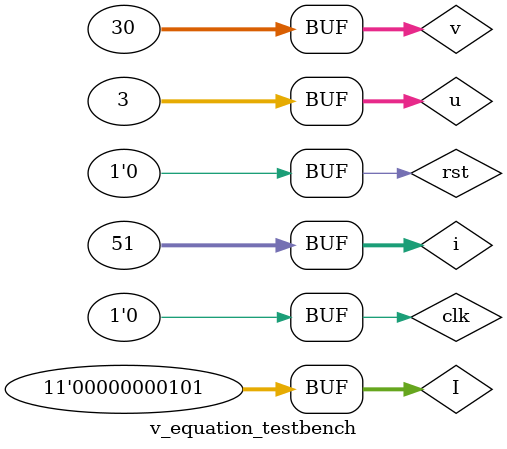
<source format=v>
module v_equation(clk, rst, v, u, I, v_out, spike);
parameter threshold = 300;
parameter c = -650;

input signed [31:0] v, u;
input signed [10:0] I;
input rst, clk;

output integer v_out;
output reg spike;

integer intermediate;

//assign intermediate = ((v*v)>>>8) + (v<<<1) + (v<<<2) + 1400 - u + I;
//assign spike = (intermediate > threshold)? 1'b1 : 1'b0;
//assign v_out = (rst)? c : ((spike)? c : intermediate); 

always@(*) begin
	intermediate = ((v*v)>>>8) + (v<<<1) + (v<<<2) + 1400 - u + I;
	if(intermediate > threshold) 
		spike = 1'b1;
	else 
		spike = 1'b0;
		
	if(rst)begin
		v_out <= c;
		spike <= 1'b0;
		end
		
	else begin
		if(spike) begin
			v_out = c;
		end
		else
			v_out = intermediate;
	end
		
end

endmodule

module v_equation_testbench();

reg[31:0] v,u;
reg[10:0] I;
reg rst, clk;

integer i;

wire [31:0] v_out;//, intermediate;
wire spike;

v_equation dut (.clk(clk),
					.rst(rst),
					.v(v),
					.u(u),
					.I(I),
					.v_out(v_out),
					.spike(spike)
					);
					
initial begin
	clk = 0;
	v = 0;
	u = 3;
	I = 5;
	rst = 1'b1;
	
	#20;
	rst = 1'b0;
	v = 30;
	#50;

	
end

	initial begin
			clk  = 1'b0;
			for(i = 0; i<=50; i = i+1) begin
				#10 clk = ~clk; 
			end
	end

endmodule 
</source>
